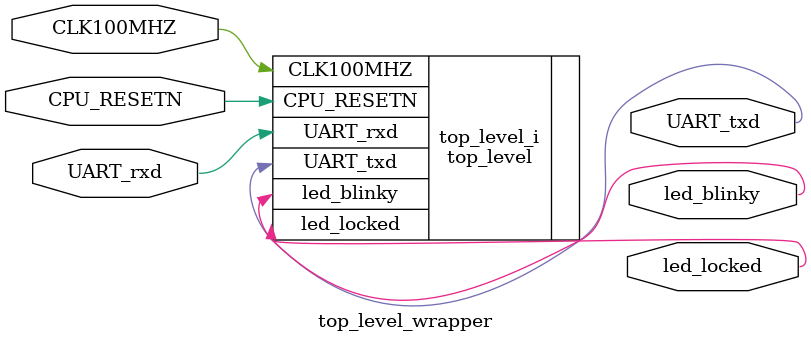
<source format=v>
`timescale 1 ps / 1 ps

module top_level_wrapper
   (CLK100MHZ,
    CPU_RESETN,
    UART_rxd,
    UART_txd,
    led_blinky,
    led_locked);
  input CLK100MHZ;
  input CPU_RESETN;
  input UART_rxd;
  output UART_txd;
  output led_blinky;
  output led_locked;

  wire CLK100MHZ;
  wire CPU_RESETN;
  wire UART_rxd;
  wire UART_txd;
  wire led_blinky;
  wire led_locked;

  top_level top_level_i
       (.CLK100MHZ(CLK100MHZ),
        .CPU_RESETN(CPU_RESETN),
        .UART_rxd(UART_rxd),
        .UART_txd(UART_txd),
        .led_blinky(led_blinky),
        .led_locked(led_locked));
endmodule

</source>
